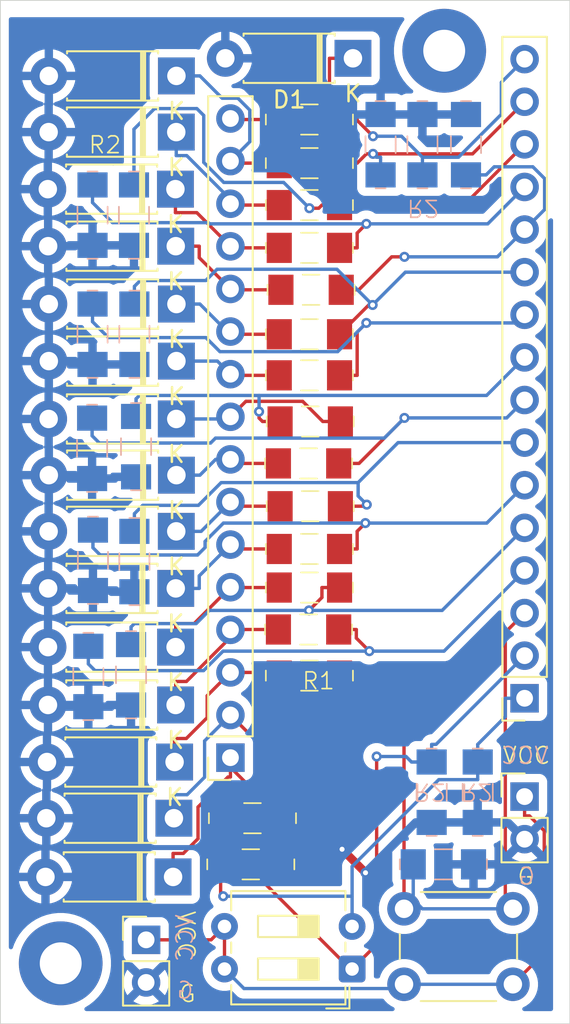
<source format=kicad_pcb>
(kicad_pcb (version 20241229) (generator "pcbnew") (generator_version "9.0")
  (layers (0 "F.Cu" signal) (2 "B.Cu" signal) (13 "F.Paste" user) (15 "B.Paste" user) (5 "F.SilkS" user "F.Silkscreen") (7 "B.SilkS" user "B.Silkscreen") (1 "F.Mask" user) (3 "B.Mask" user) (25 "Edge.Cuts" user))
  (net 0 "")
  (net 1 "Net-(D1-K)")
  (net 2 "GND")
  (net 3 "Net-(D2-K)")
  (net 4 "Net-(D3-K)")
  (net 5 "Net-(D4-K)")
  (net 6 "Net-(D5-K)")
  (net 7 "Net-(D6-K)")
  (net 8 "Net-(D7-K)")
  (net 9 "Net-(D8-K)")
  (net 10 "Net-(D9-K)")
  (net 11 "Net-(D10-K)")
  (net 12 "Net-(D11-K)")
  (net 13 "Net-(D12-K)")
  (net 14 "Net-(D13-K)")
  (net 15 "Net-(D14-K)")
  (net 16 "Net-(D15-K)")
  (net 17 "Net-(D16-K)")
  (net 18 "+3.3V")
  (net 19 "Net-(J3-Pin_8)")
  (net 20 "Net-(J3-Pin_3)")
  (net 21 "Net-(J3-Pin_6)")
  (net 22 "Net-(J3-Pin_10)")
  (net 23 "Net-(J3-Pin_9)")
  (net 24 "Net-(J3-Pin_13)")
  (net 25 "Net-(J3-Pin_14)")
  (net 26 "Net-(J3-Pin_1)")
  (net 27 "Net-(J3-Pin_12)")
  (net 28 "Net-(J3-Pin_15)")
  (net 29 "Net-(J3-Pin_16)")
  (net 30 "Net-(J3-Pin_4)")
  (net 31 "Net-(J3-Pin_11)")
  (net 32 "Net-(J3-Pin_5)")
  (net 33 "Net-(J3-Pin_2)")
  (net 34 "Net-(J3-Pin_7)")
  (footprint "digikey-footprints:1206" (layer "F.Cu") (at 144.5 87.1 180)
    (property "Reference" "R15" (hide yes))
    (property "Value" "R1")
  )
  (footprint "digikey-footprints:1206" (layer "F.Cu") (at 140.95 113.5 180)
    (property "Reference" "R31" (hide yes))
    (property "Value" "R1")
  )
  (footprint "Connector_PinSocket_2.54mm:PinSocket_1x16_P2.54mm_Vertical" (layer "F.Cu") (at 157.3 103.6 180)
    (property "Reference" "J3" (hide yes))
    (property "Value" "Conn_01x16_Pin" (hide yes))
  )
  (footprint "digikey-footprints:1206" (layer "F.Cu") (at 144.4 89.6)
    (property "Reference" "R17" (hide yes))
    (property "Value" "R1")
  )
  (footprint "digikey-footprints:1206" (layer "F.Cu") (at 144.55 79.25)
    (property "Reference" "R9" (hide yes))
    (property "Value" "R1")
  )
  (footprint "digikey-footprints:1206" (layer "F.Cu") (at 144.45 94.7)
    (property "Reference" "R21" (hide yes))
    (property "Value" "R1")
  )
  (footprint "MountingHole:MountingHole_2.5mm_Pad" (layer "F.Cu") (at 129.6 119.4)
    (property "Reference" "H2" (hide yes))
    (property "Value" "MountingHole" (hide yes))
  )
  (footprint "Button_Switch_THT:SW_DIP_SPSTx02_Slide_6.7x6.64mm_W7.62mm_P2.54mm_LowProfile" (layer "F.Cu") (at 147 119.74 180)
    (property "Reference" "SW1" (hide yes))
    (property "Value" "SW_DIP_x02" (hide yes))
  )
  (footprint "Connector_PinHeader_2.54mm:PinHeader_1x02_P2.54mm_Vertical" (layer "F.Cu") (at 134.7 118)
    (property "Reference" "J4" (hide yes))
    (property "Value" "Conn_01x02_Pin" (hide yes))
  )
  (footprint "Diode_THT:D_DO-41_SOD81_P7.62mm_Horizontal" (layer "F.Cu") (at 136.45 73.25 180)
    (property "Reference" "D4" (hide yes))
    (property "Value" "D" (hide yes))
  )
  (footprint "Diode_THT:D_DO-41_SOD81_P7.62mm_Horizontal" (layer "F.Cu") (at 136.51 83.5 180)
    (property "Reference" "D7" (hide yes))
    (property "Value" "D")
  )
  (footprint "Diode_THT:D_DO-41_SOD81_P7.62mm_Horizontal" (layer "F.Cu") (at 136.47 97.05 180)
    (property "Reference" "D11" (hide yes))
    (property "Value" "D")
  )
  (footprint "digikey-footprints:1206" (layer "F.Cu") (at 144.45 74.2)
    (property "Reference" "R5" (hide yes))
    (property "Value" "R1")
  )
  (footprint "Diode_THT:D_DO-41_SOD81_P7.62mm_Horizontal" (layer "F.Cu") (at 136.47 76.65 180)
    (property "Reference" "D5" (hide yes))
    (property "Value" "D")
  )
  (footprint "digikey-footprints:1206" (layer "F.Cu") (at 144.45 102.25)
    (property "Reference" "R27" (hide yes))
    (property "Value" "R1")
  )
  (footprint "digikey-footprints:1206" (layer "F.Cu") (at 144.45 81.9)
    (property "Reference" "R11" (hide yes))
    (property "Value" "R1")
  )
  (footprint "digikey-footprints:1206" (layer "F.Cu") (at 144.45 97)
    (property "Reference" "R23" (hide yes))
    (property "Value" "R1")
  )
  (footprint "digikey-footprints:1206" (layer "F.Cu") (at 144.45 69.1)
    (property "Reference" "R1" (hide yes))
    (property "Value" "R1")
  )
  (footprint "Connector_PinSocket_2.54mm:PinSocket_1x16_P2.54mm_Vertical" (layer "F.Cu") (at 139.735 107.14 180)
    (property "Reference" "J1" (hide yes))
    (property "Value" "Conn_01x16_Pin" (hide yes))
  )
  (footprint "digikey-footprints:1206" (layer "F.Cu") (at 144.5 92.15)
    (property "Reference" "R19" (hide yes))
    (property "Value" "R1")
  )
  (footprint "MountingHole:MountingHole_2.5mm_Pad" (layer "F.Cu") (at 152.5 65)
    (property "Reference" "H1" (hide yes))
    (property "Value" "MountingHole")
  )
  (footprint "Diode_THT:D_DO-41_SOD81_P7.62mm_Horizontal" (layer "F.Cu") (at 136.5 86.95 180)
    (property "Reference" "D8" (hide yes))
    (property "Value" "D")
  )
  (footprint "digikey-footprints:1206" (layer "F.Cu") (at 144.45 76.75)
    (property "Reference" "R7" (hide yes))
    (property "Value" "R1")
  )
  (footprint "Diode_THT:D_DO-41_SOD81_P7.62mm_Horizontal" (layer "F.Cu") (at 136.4 107.4 180)
    (property "Reference" "D14" (hide yes))
    (property "Value" "D")
  )
  (footprint "Connector_PinHeader_2.54mm:PinHeader_1x02_P2.54mm_Vertical" (layer "F.Cu") (at 157.3 109.46)
    (property "Reference" "J6" (hide yes))
    (property "Value" "Conn_01x02_Pin" (hide yes))
  )
  (footprint "digikey-footprints:1206" (layer "F.Cu") (at 141.05 110.75 180)
    (property "Reference" "R29" (hide yes))
    (property "Value" "R1")
  )
  (footprint "Diode_THT:D_DO-41_SOD81_P7.62mm_Horizontal" (layer "F.Cu") (at 136.5 93.65 180)
    (property "Reference" "D10" (hide yes))
    (property "Value" "D")
  )
  (footprint "Diode_THT:D_DO-41_SOD81_P7.62mm_Horizontal" (layer "F.Cu") (at 136.36 110.75 180)
    (property "Reference" "D15" (hide yes))
    (property "Value" "D")
  )
  (footprint "Diode_THT:D_DO-41_SOD81_P7.62mm_Horizontal" (layer "F.Cu") (at 136.31 114.25 180)
    (property "Reference" "D16" (hide yes))
    (property "Value" "D")
  )
  (footprint "Diode_THT:D_DO-41_SOD81_P7.62mm_Horizontal" (layer "F.Cu") (at 136.5 69.85 180)
    (property "Reference" "D3" (hide yes))
    (property "Value" "D")
  )
  (footprint "Diode_THT:D_DO-41_SOD81_P7.62mm_Horizontal" (layer "F.Cu") (at 136.46 100.55 180)
    (property "Reference" "D12" (hide yes))
    (property "Value" "D")
  )
  (footprint "digikey-footprints:1206" (layer "F.Cu") (at 144.45 71.7)
    (property "Reference" "R3" (hide yes))
    (property "Value" "R1")
  )
  (footprint "Button_Switch_THT:SW_PUSH_6mm" (layer "F.Cu") (at 150.1 116.15)
    (property "Reference" "SW2" (hide yes))
    (property "Value" "SW_Push" (hide yes))
  )
  (footprint "Diode_THT:D_DO-41_SOD81_P7.62mm_Horizontal" (layer "F.Cu") (at 136.51 80.1 180)
    (property "Reference" "D6" (hide yes))
    (property "Value" "D")
  )
  (footprint "Diode_THT:D_DO-41_SOD81_P7.62mm_Horizontal" (layer "F.Cu") (at 136.46 104 180)
    (property "Reference" "D13" (hide yes))
    (property "Value" "D")
  )
  (footprint "digikey-footprints:1206" (layer "F.Cu") (at 144.4 99.5)
    (property "Reference" "R25" (hide yes))
    (property "Value" "R1")
  )
  (footprint "Diode_THT:D_DO-41_SOD81_P7.62mm_Horizontal" (layer "F.Cu") (at 147.05 65.45 180)
    (property "Reference" "D1")
    (property "Value" "D" (hide yes))
  )
  (footprint "digikey-footprints:1206" (layer "F.Cu") (at 144.45 84.35)
    (property "Reference" "R13" (hide yes))
    (property "Value" "R1")
  )
  (footprint "Diode_THT:D_DO-41_SOD81_P7.62mm_Horizontal" (layer "F.Cu") (at 136.51 90.3 180)
    (property "Reference" "D9" (hide yes))
    (property "Value" "D")
  )
  (footprint "Diode_THT:D_DO-41_SOD81_P7.62mm_Horizontal" (layer "F.Cu") (at 136.51 66.5 180)
    (property "Reference" "D2" (hide yes))
    (property "Value" "D" (hide yes))
  )
  (footprint "digikey-footprints:1206" (layer "B.Cu") (at 131.25 102.3 -90)
    (property "Reference" "R26" (hide yes))
    (property "Value" "R2")
  )
  (footprint "digikey-footprints:1206" (layer "B.Cu") (at 151.2 70.6 90)
    (property "Reference" "R2" (hide yes))
    (property "Value" "R2")
  )
  (footprint "digikey-footprints:1206" (layer "B.Cu") (at 152.45 113.5)
    (property "Reference" "R28" (hide yes))
    (property "Value" "R2")
  )
  (footprint "digikey-footprints:1206" (layer "B.Cu") (at 153.8 70.6 90)
    (property "Reference" "R10" (hide yes))
    (property "Value" "R2")
  )
  (footprint "digikey-footprints:1206" (layer "B.Cu") (at 154.5 109.2 -90)
    (property "Reference" "R32" (hide yes))
    (property "Value" "R2")
  )
  (footprint "digikey-footprints:1206" (layer "B.Cu") (at 131.525 95.375 -90)
    (property "Reference" "R22" (hide yes))
    (property "Value" "R2")
  )
  (footprint "digikey-footprints:1206" (layer "B.Cu") (at 131.5 81.9 -90)
    (property "Reference" "R14" (hide yes))
    (property "Value" "R2")
  )
  (footprint "digikey-footprints:1206" (layer "B.Cu") (at 134.1 88.6 -90)
    (property "Reference" "R16" (hide yes))
    (property "Value" "R2")
  )
  (footprint "digikey-footprints:1206" (layer "B.Cu") (at 151.75 109.2 -90)
    (property "Reference" "R30" (hide yes))
    (property "Value" "R2")
  )
  (footprint "digikey-footprints:1206" (layer "B.Cu") (at 133.975 74.8 -90)
    (property "Reference" "R6" (hide yes))
    (property "Value" "R2")
  )
  (footprint "digikey-footprints:1206" (layer "B.Cu") (at 131.5 74.8 -90)
    (property "Reference" "R8" (hide yes))
    (property "Value" "R2")
  )
  (footprint "digikey-footprints:1206" (layer "B.Cu") (at 148.7 70.6 90)
    (property "Reference" "R4" (hide yes))
    (property "Value" "R2")
  )
  (footprint "digikey-footprints:1206" (layer "B.Cu") (at 133.8 102.2 -90)
    (property "Reference" "R24" (hide yes))
    (property "Value" "R2")
  )
  (footprint "digikey-footprints:1206" (layer "B.Cu") (at 131.475 88.7 -90)
    (property "Reference" "R18" (hide yes))
    (property "Value" "R2")
  )
  (footprint "digikey-footprints:1206" (layer "B.Cu") (at 134 81.9 -90)
    (property "Reference" "R12" (hide yes))
    (property "Value" "R2")
  )
  (footprint "digikey-footprints:1206" (layer "B.Cu") (at 134 95.45 -90)
    (property "Reference" "R20" (hide yes))
    (property "Value" "R2")
  )
  (gr_rect (start 126 62) (end 160 123) (stroke (width 0.05)) (fill no) (layer "Edge.Cuts"))
  (gr_text "G" (at 156.8 114.8 0) (layer "F.SilkS") (effects (font (size 1 1) (thickness 0.1)) (justify left bottom)))
  (gr_text "R1" (at 143.95 103.15 0) (layer "F.SilkS") (effects (font (size 1 1) (thickness 0.1)) (justify left bottom)))
  (gr_text "R2" (at 131.2 71.2 0) (layer "F.SilkS") (effects (font (size 1 1) (thickness 0.1)) (justify left bottom)))
  (gr_text "VCC" (at 155.92 107.6 0) (layer "F.SilkS") (effects (font (size 1 1) (thickness 0.1)) (justify left bottom)))
  (gr_text "VCC" (at 136.5 116.2 270) (layer "F.SilkS") (effects (font (size 1 1) (thickness 0.1)) (justify left bottom)))
  (gr_text "G" (at 136.6 121.8 0) (layer "F.SilkS") (effects (font (size 1 1) (thickness 0.1)) (justify left bottom)))
  (gr_text "R2" (at 153.4 108.6 180) (layer "B.SilkS") (effects (font (size 1 1) (thickness 0.1)) (justify left bottom mirror)))
  (gr_text "G" (at 158 114.8 0) (layer "B.SilkS") (effects (font (size 1 1) (thickness 0.1)) (justify left bottom mirror)))
  (gr_text "G" (at 137.6 121.6 0) (layer "B.SilkS") (effects (font (size 1 1) (thickness 0.1)) (justify left bottom mirror)))
  (gr_text "VCC" (at 158.8 107.6 0) (layer "B.SilkS") (effects (font (size 1 1) (thickness 0.1)) (justify left bottom mirror)))
  (gr_text "VCC" (at 137.6 116.4 90) (layer "B.SilkS") (effects (font (size 1 1) (thickness 0.1)) (justify left bottom mirror)))
  (gr_text "R2" (at 150.6 108.6 180) (layer "B.SilkS") (effects (font (size 1 1) (thickness 0.1)) (justify left bottom mirror)))
  (gr_text "R2" (at 150.2 73.8 180) (layer "B.SilkS") (effects (font (size 1 1) (thickness 0.1)) (justify left bottom mirror)))
  (segment (start 145.6483 67.1534) (end 143.7017 69.1) (width 0.2) (layer "F.Cu") (net 1))
  (segment (start 142.65 69.1) (end 143.7017 69.1) (width 0.2) (layer "F.Cu") (net 1))
  (segment (start 142.65 69.1) (end 139.795 69.1) (width 0.2) (layer "F.Cu") (net 1))
  (segment (start 139.795 69.1) (end 139.735 69.04) (width 0.2) (layer "F.Cu") (net 1))
  (segment (start 147.05 65.45) (end 145.6483 65.45) (width 0.2) (layer "F.Cu") (net 1))
  (segment (start 145.6483 65.45) (end 145.6483 67.1534) (width 0.2) (layer "F.Cu") (net 1))
  (segment (start 147.8 114) (end 146.4 112.6) (width 0.5) (layer "F.Cu") (net 2))
  (via (at 147.8 114) (size 0.6) (drill 0.3) (layers "F.Cu" "B.Cu") (net 2))
  (via (at 146.4 112.6) (size 0.6) (drill 0.3) (layers "F.Cu" "B.Cu") (net 2))
  (segment (start 128.78 107.4) (end 128.78 110.71) (width 0.2) (layer "B.Cu") (net 2))
  (segment (start 151.75 111) (end 150.8 111) (width 0.2) (layer "B.Cu") (net 2))
  (segment (start 128.78 110.71) (end 128.74 110.75) (width 0.2) (layer "B.Cu") (net 2))
  (segment (start 150.8 111) (end 147.8 114) (width 0.5) (layer "B.Cu") (net 2))
  (segment (start 139.855 71.7) (end 139.735 71.58) (width 0.2) (layer "F.Cu") (net 3))
  (segment (start 142.65 71.7) (end 139.855 71.7) (width 0.2) (layer "F.Cu") (net 3))
  (segment (start 136.51 66.5) (end 137.9117 66.5) (width 0.2) (layer "B.Cu") (net 3))
  (segment (start 140.8894 68.5364) (end 140.8894 70.4256) (width 0.2) (layer "B.Cu") (net 3))
  (segment (start 139.242 67.8303) (end 140.1833 67.8303) (width 0.2) (layer "B.Cu") (net 3))
  (segment (start 140.1833 67.8303) (end 140.8894 68.5364) (width 0.2) (layer "B.Cu") (net 3))
  (segment (start 140.8894 70.4256) (end 139.735 71.58) (width 0.2) (layer "B.Cu") (net 3))
  (segment (start 137.9117 66.5) (end 139.242 67.8303) (width 0.2) (layer "B.Cu") (net 3))
  (segment (start 139.815 74.2) (end 139.735 74.12) (width 0.2) (layer "F.Cu") (net 4))
  (segment (start 142.65 74.2) (end 139.815 74.2) (width 0.2) (layer "F.Cu") (net 4))
  (segment (start 137.1256 71.2517) (end 139.735 73.8611) (width 0.2) (layer "B.Cu") (net 4))
  (segment (start 136.5 71.2517) (end 137.1256 71.2517) (width 0.2) (layer "B.Cu") (net 4))
  (segment (start 136.5 69.85) (end 136.5 71.2517) (width 0.2) (layer "B.Cu") (net 4))
  (segment (start 139.735 73.8611) (end 139.735 74.12) (width 0.2) (layer "B.Cu") (net 4))
  (segment (start 139.825 76.75) (end 139.735 76.66) (width 0.2) (layer "F.Cu") (net 5))
  (segment (start 136.45 74.6517) (end 137.7267 74.6517) (width 0.2) (layer "F.Cu") (net 5))
  (segment (start 137.7267 74.6517) (end 139.735 76.66) (width 0.2) (layer "F.Cu") (net 5))
  (segment (start 142.65 76.75) (end 139.825 76.75) (width 0.2) (layer "F.Cu") (net 5))
  (segment (start 136.45 73.25) (end 136.45 74.6517) (width 0.2) (layer "F.Cu") (net 5))
  (segment (start 142.75 79.25) (end 139.785 79.25) (width 0.2) (layer "F.Cu") (net 6))
  (segment (start 137.8717 77.3367) (end 139.735 79.2) (width 0.2) (layer "F.Cu") (net 6))
  (segment (start 137.8717 76.65) (end 137.8717 77.3367) (width 0.2) (layer "F.Cu") (net 6))
  (segment (start 139.785 79.25) (end 139.735 79.2) (width 0.2) (layer "F.Cu") (net 6))
  (segment (start 136.47 76.65) (end 137.8717 76.65) (width 0.2) (layer "F.Cu") (net 6))
  (segment (start 142.65 81.9) (end 139.895 81.9) (width 0.2) (layer "F.Cu") (net 7))
  (segment (start 139.895 81.9) (end 139.735 81.74) (width 0.2) (layer "F.Cu") (net 7))
  (segment (start 139.5517 81.74) (end 139.735 81.74) (width 0.2) (layer "B.Cu") (net 7))
  (segment (start 137.9117 80.1) (end 139.5517 81.74) (width 0.2) (layer "B.Cu") (net 7))
  (segment (start 136.51 80.1) (end 137.9117 80.1) (width 0.2) (layer "B.Cu") (net 7))
  (segment (start 142.65 84.35) (end 139.805 84.35) (width 0.2) (layer "F.Cu") (net 8))
  (segment (start 139.805 84.35) (end 139.735 84.28) (width 0.2) (layer "F.Cu") (net 8))
  (segment (start 136.51 83.5) (end 138.955 83.5) (width 0.2) (layer "B.Cu") (net 8))
  (segment (start 138.955 83.5) (end 139.735 84.28) (width 0.2) (layer "B.Cu") (net 8))
  (segment (start 146.3 87.1) (end 145.2483 87.1) (width 0.2) (layer "F.Cu") (net 9))
  (segment (start 140.6567 85.8983) (end 144.0466 85.8983) (width 0.2) (layer "F.Cu") (net 9))
  (segment (start 139.735 86.82) (end 140.6567 85.8983) (width 0.2) (layer "F.Cu") (net 9))
  (segment (start 144.0466 85.8983) (end 145.2483 87.1) (width 0.2) (layer "F.Cu") (net 9))
  (segment (start 136.5 86.95) (end 139.605 86.95) (width 0.2) (layer "B.Cu") (net 9))
  (segment (start 139.605 86.95) (end 139.735 86.82) (width 0.2) (layer "B.Cu") (net 9))
  (segment (start 142.6 89.6) (end 139.975 89.6) (width 0.2) (layer "F.Cu") (net 10))
  (segment (start 139.975 89.6) (end 139.735 89.36) (width 0.2) (layer "F.Cu") (net 10))
  (segment (start 136.51 90.3) (end 137.9117 90.3) (width 0.2) (layer "B.Cu") (net 10))
  (segment (start 138.8517 89.36) (end 139.735 89.36) (width 0.2) (layer "B.Cu") (net 10))
  (segment (start 137.9117 90.3) (end 138.8517 89.36) (width 0.2) (layer "B.Cu") (net 10))
  (segment (start 142.7 92.15) (end 139.985 92.15) (width 0.2) (layer "F.Cu") (net 11))
  (segment (start 139.985 92.15) (end 139.735 91.9) (width 0.2) (layer "F.Cu") (net 11))
  (segment (start 137.985 93.65) (end 139.735 91.9) (width 0.2) (layer "B.Cu") (net 11))
  (segment (start 136.5 93.65) (end 137.985 93.65) (width 0.2) (layer "B.Cu") (net 11))
  (segment (start 139.995 94.7) (end 139.735 94.44) (width 0.2) (layer "F.Cu") (net 12))
  (segment (start 142.65 94.7) (end 139.995 94.7) (width 0.2) (layer "F.Cu") (net 12))
  (segment (start 137.8717 96.3033) (end 139.735 94.44) (width 0.2) (layer "B.Cu") (net 12))
  (segment (start 137.8717 97.05) (end 137.8717 96.3033) (width 0.2) (layer "B.Cu") (net 12))
  (segment (start 136.47 97.05) (end 137.8717 97.05) (width 0.2) (layer "B.Cu") (net 12))
  (segment (start 139.755 97) (end 139.735 96.98) (width 0.2) (layer "F.Cu") (net 13))
  (segment (start 136.46 99.1483) (end 137.5667 99.1483) (width 0.2) (layer "F.Cu") (net 13))
  (segment (start 142.65 97) (end 139.755 97) (width 0.2) (layer "F.Cu") (net 13))
  (segment (start 136.46 100.55) (end 136.46 99.1483) (width 0.2) (layer "F.Cu") (net 13))
  (segment (start 137.5667 99.1483) (end 139.735 96.98) (width 0.2) (layer "F.Cu") (net 13))
  (segment (start 137.1087 102.5983) (end 139.735 99.972) (width 0.2) (layer "F.Cu") (net 14))
  (segment (start 136.46 102.5983) (end 137.1087 102.5983) (width 0.2) (layer "F.Cu") (net 14))
  (segment (start 136.46 104) (end 136.46 102.5983) (width 0.2) (layer "F.Cu") (net 14))
  (segment (start 139.735 99.972) (end 139.735 99.52) (width 0.2) (layer "F.Cu") (net 14))
  (segment (start 139.755 99.5) (end 139.735 99.52) (width 0.2) (layer "F.Cu") (net 14))
  (segment (start 142.6 99.5) (end 139.755 99.5) (width 0.2) (layer "F.Cu") (net 14))
  (segment (start 137.1008 105.9983) (end 138.3452 104.7539) (width 0.2) (layer "F.Cu") (net 15))
  (segment (start 142.65 102.25) (end 141.5983 102.25) (width 0.2) (layer "F.Cu") (net 15))
  (segment (start 141.4083 102.06) (end 139.735 102.06) (width 0.2) (layer "F.Cu") (net 15))
  (segment (start 138.3452 104.7539) (end 138.3452 103.4498) (width 0.2) (layer "F.Cu") (net 15))
  (segment (start 136.4 107.4) (end 136.4 105.9983) (width 0.2) (layer "F.Cu") (net 15))
  (segment (start 136.4 105.9983) (end 137.1008 105.9983) (width 0.2) (layer "F.Cu") (net 15))
  (segment (start 141.5983 102.25) (end 141.4083 102.06) (width 0.2) (layer "F.Cu") (net 15))
  (segment (start 138.3452 103.4498) (end 139.735 102.06) (width 0.2) (layer "F.Cu") (net 15))
  (segment (start 139.735 104.6) (end 142.85 107.715) (width 0.2) (layer "F.Cu") (net 16))
  (segment (start 142.85 107.715) (end 142.85 110.75) (width 0.2) (layer "F.Cu") (net 16))
  (segment (start 139.735 104.6) (end 138.1925 106.1425) (width 0.2) (layer "B.Cu") (net 16))
  (segment (start 138.1925 106.1425) (end 138.1925 108.3043) (width 0.2) (layer "B.Cu") (net 16))
  (segment (start 136.36 110.75) (end 136.36 109.3483) (width 0.2) (layer "B.Cu") (net 16))
  (segment (start 138.1925 108.3043) (end 137.1485 109.3483) (width 0.2) (layer "B.Cu") (net 16))
  (segment (start 137.1485 109.3483) (end 136.36 109.3483) (width 0.2) (layer "B.Cu") (net 16))
  (segment (start 136.9232 112.8483) (end 137.8002 111.9713) (width 0.2) (layer "F.Cu") (net 17))
  (segment (start 141.6983 109.6791) (end 141.6983 113.5) (width 0.2) (layer "F.Cu") (net 17))
  (segment (start 139.591 108.2917) (end 139.735 108.2917) (width 0.2) (layer "F.Cu") (net 17))
  (segment (start 137.8002 110.0825) (end 139.591 108.2917) (width 0.2) (layer "F.Cu") (net 17))
  (segment (start 139.735 107.14) (end 139.735 107.7158) (width 0.2) (layer "F.Cu") (net 17))
  (segment (start 139.735 107.7158) (end 141.6983 109.6791) (width 0.2) (layer "F.Cu") (net 17))
  (segment (start 136.31 112.8483) (end 136.9232 112.8483) (width 0.2) (layer "F.Cu") (net 17))
  (segment (start 137.8002 111.9713) (end 137.8002 110.0825) (width 0.2) (layer "F.Cu") (net 17))
  (segment (start 136.31 114.25) (end 136.31 112.8483) (width 0.2) (layer "F.Cu") (net 17))
  (segment (start 139.735 107.7158) (end 139.735 108.2917) (width 0.2) (layer "F.Cu") (net 17))
  (segment (start 142.75 113.5) (end 141.6983 113.5) (width 0.2) (layer "F.Cu") (net 17))
  (segment (start 157.3 109.46) (end 157.3 110.6117) (width 0.2) (layer "F.Cu") (net 18))
  (segment (start 158.4729 118.7771) (end 156.6 120.65) (width 0.2) (layer "F.Cu") (net 18))
  (segment (start 138.580001 117.999999) (end 139.38 117.2) (width 0.2) (layer "F.Cu") (net 18))
  (segment (start 139.38 119.74) (end 139.38 117.2) (width 0.2) (layer "F.Cu") (net 18))
  (segment (start 157.3 110.6117) (end 157.5879 110.6117) (width 0.2) (layer "F.Cu") (net 18))
  (segment (start 134.7 118) (end 138.580001 117.999999) (width 0.2) (layer "F.Cu") (net 18))
  (segment (start 157.5879 110.6117) (end 158.4729 111.4967) (width 0.2) (layer "F.Cu") (net 18))
  (segment (start 158.4729 111.4967) (end 158.4729 118.7771) (width 0.2) (layer "F.Cu") (net 18))
  (segment (start 140.5431 120.9031) (end 139.38 119.74) (width 0.2) (layer "B.Cu") (net 18))
  (segment (start 156.6 120.65) (end 150.1 120.65) (width 0.2) (layer "B.Cu") (net 18))
  (segment (start 150.1 120.65) (end 149.8469 120.9031) (width 0.2) (layer "B.Cu") (net 18))
  (segment (start 149.8469 120.9031) (end 140.5431 120.9031) (width 0.2) (layer "B.Cu") (net 18))
  (segment (start 146.2 89.6) (end 147.4133 89.6) (width 0.2) (layer "F.Cu") (net 19))
  (segment (start 147.4133 89.6) (end 150.125 86.8883) (width 0.2) (layer "F.Cu") (net 19))
  (via (at 150.125 86.8883) (size 0.6) (drill 0.3) (layers "F.Cu" "B.Cu") (net 19))
  (segment (start 148.9233 88.09) (end 138.845 88.09) (width 0.2) (layer "B.Cu") (net 19))
  (segment (start 138.845 88.09) (end 138.5506 88.3844) (width 0.2) (layer "B.Cu") (net 19))
  (segment (start 131.9077 88.3844) (end 131.475 87.9517) (width 0.2) (layer "B.Cu") (net 19))
  (segment (start 156.2317 86.8883) (end 150.125 86.8883) (width 0.2) (layer "B.Cu") (net 19))
  (segment (start 157.3 85.82) (end 156.2317 86.8883) (width 0.2) (layer "B.Cu") (net 19))
  (segment (start 131.475 86.9) (end 131.475 87.9517) (width 0.2) (layer "B.Cu") (net 19))
  (segment (start 150.125 86.8883) (end 148.9233 88.09) (width 0.2) (layer "B.Cu") (net 19))
  (segment (start 138.5506 88.3844) (end 131.9077 88.3844) (width 0.2) (layer "B.Cu") (net 19))
  (segment (start 150.1 116.15) (end 150.1 105.0483) (width 0.2) (layer "F.Cu") (net 20))
  (segment (start 150.1 105.0483) (end 147.3017 102.25) (width 0.2) (layer "F.Cu") (net 20))
  (segment (start 156.1473 115.6973) (end 156.1473 99.6727) (width 0.2) (layer "F.Cu") (net 20))
  (segment (start 156.6 116.15) (end 156.1473 115.6973) (width 0.2) (layer "F.Cu") (net 20))
  (segment (start 156.1473 99.6727) (end 157.3 98.52) (width 0.2) (layer "F.Cu") (net 20))
  (segment (start 146.25 102.25) (end 147.3017 102.25) (width 0.2) (layer "F.Cu") (net 20))
  (segment (start 151.2 116.15) (end 150.65 115.6) (width 0.2) (layer "B.Cu") (net 20))
  (segment (start 156.6 116.15) (end 151.2 116.15) (width 0.2) (layer "B.Cu") (net 20))
  (segment (start 150.65 113.5) (end 150.65 115.6) (width 0.2) (layer "B.Cu") (net 20))
  (segment (start 150.65 115.6) (end 150.1 116.15) (width 0.2) (layer "B.Cu") (net 20))
  (segment (start 147.3017 94.7) (end 147.3017 93.6471) (width 0.2) (layer "F.Cu") (net 21))
  (segment (start 147.3017 93.6471) (end 147.7922 93.1566) (width 0.2) (layer "F.Cu") (net 21))
  (segment (start 146.25 94.7) (end 147.3017 94.7) (width 0.2) (layer "F.Cu") (net 21))
  (via (at 147.7922 93.1566) (size 0.6) (drill 0.3) (layers "F.Cu" "B.Cu") (net 21))
  (segment (start 137.7745 95.0586) (end 138.2208 94.6123) (width 0.2) (layer "B.Cu") (net 21))
  (segment (start 155.0434 93.1566) (end 157.3 90.9) (width 0.2) (layer "B.Cu") (net 21))
  (segment (start 139.3158 93.1566) (end 147.7922 93.1566) (width 0.2) (layer "B.Cu") (net 21))
  (segment (start 131.525 94.6267) (end 131.9569 95.0586) (width 0.2) (layer "B.Cu") (net 21))
  (segment (start 147.7922 93.1566) (end 155.0434 93.1566) (width 0.2) (layer "B.Cu") (net 21))
  (segment (start 131.525 93.575) (end 131.525 94.6267) (width 0.2) (layer "B.Cu") (net 21))
  (segment (start 138.2208 94.6123) (end 138.2208 94.2516) (width 0.2) (layer "B.Cu") (net 21))
  (segment (start 138.2208 94.2516) (end 139.3158 93.1566) (width 0.2) (layer "B.Cu") (net 21))
  (segment (start 131.9569 95.0586) (end 137.7745 95.0586) (width 0.2) (layer "B.Cu") (net 21))
  (segment (start 147.3017 84.35) (end 147.3017 81.7732) (width 0.2) (layer "F.Cu") (net 22))
  (segment (start 147.3017 81.7732) (end 147.85 81.2249) (width 0.2) (layer "F.Cu") (net 22))
  (segment (start 146.25 84.35) (end 147.3017 84.35) (width 0.2) (layer "F.Cu") (net 22))
  (via (at 147.85 81.2249) (size 0.6) (drill 0.3) (layers "F.Cu" "B.Cu") (net 22))
  (segment (start 132.4466 82.0983) (end 131.5 81.1517) (width 0.2) (layer "B.Cu") (net 22))
  (segment (start 139.1067 82.9381) (end 138.2669 82.0983) (width 0.2) (layer "B.Cu") (net 22))
  (segment (start 146.1368 82.9381) (end 139.1067 82.9381) (width 0.2) (layer "B.Cu") (net 22))
  (segment (start 138.2669 82.0983) (end 132.4466 82.0983) (width 0.2) (layer "B.Cu") (net 22))
  (segment (start 156.8151 81.2249) (end 147.85 81.2249) (width 0.2) (layer "B.Cu") (net 22))
  (segment (start 147.85 81.2249) (end 146.1368 82.9381) (width 0.2) (layer "B.Cu") (net 22))
  (segment (start 131.5 80.1) (end 131.5 81.1517) (width 0.2) (layer "B.Cu") (net 22))
  (segment (start 157.3 80.74) (end 156.8151 81.2249) (width 0.2) (layer "B.Cu") (net 22))
  (segment (start 141.4447 86.8964) (end 141.4447 86.51) (width 0.2) (layer "F.Cu") (net 23))
  (segment (start 141.6483 87.1) (end 141.4447 86.8964) (width 0.2) (layer "F.Cu") (net 23))
  (segment (start 142.7 87.1) (end 141.6483 87.1) (width 0.2) (layer "F.Cu") (net 23))
  (via (at 141.4447 86.51) (size 0.6) (drill 0.3) (layers "F.Cu" "B.Cu") (net 23))
  (segment (start 134.1 86.8) (end 134.1 85.7483) (width 0.2) (layer "B.Cu") (net 23))
  (segment (start 157.3 83.28) (end 155.0317 85.5483) (width 0.2) (layer "B.Cu") (net 23))
  (segment (start 155.0317 85.5483) (end 141.4447 85.5483) (width 0.2) (layer "B.Cu") (net 23))
  (segment (start 141.4447 85.5483) (end 141.4447 86.51) (width 0.2) (layer "B.Cu") (net 23))
  (segment (start 141.4447 85.5483) (end 134.3 85.5483) (width 0.2) (layer "B.Cu") (net 23))
  (segment (start 134.3 85.5483) (end 134.1 85.7483) (width 0.2) (layer "B.Cu") (net 23))
  (segment (start 147.3017 75.8674) (end 147.85 75.3191) (width 0.2) (layer "F.Cu") (net 24))
  (segment (start 147.3017 76.75) (end 147.3017 75.8674) (width 0.2) (layer "F.Cu") (net 24))
  (segment (start 146.25 76.75) (end 147.3017 76.75) (width 0.2) (layer "F.Cu") (net 24))
  (via (at 147.85 75.3191) (size 0.6) (drill 0.3) (layers "F.Cu" "B.Cu") (net 24))
  (segment (start 131.5 73) (end 131.5 74.0517) (width 0.2) (layer "B.Cu") (net 24))
  (segment (start 155.1009 75.3191) (end 147.85 75.3191) (width 0.2) (layer "B.Cu") (net 24))
  (segment (start 131.5 74.0517) (end 132.6966 75.2483) (width 0.2) (layer "B.Cu") (net 24))
  (segment (start 132.6966 75.2483) (end 138.4191 75.2483) (width 0.2) (layer "B.Cu") (net 24))
  (segment (start 138.4899 75.3191) (end 147.85 75.3191) (width 0.2) (layer "B.Cu") (net 24))
  (segment (start 138.4191 75.2483) (end 138.4899 75.3191) (width 0.2) (layer "B.Cu") (net 24))
  (segment (start 157.3 73.12) (end 155.1009 75.3191) (width 0.2) (layer "B.Cu") (net 24))
  (segment (start 144.45 74.388) (end 145.0103 74.388) (width 0.2) (layer "F.Cu") (net 25))
  (segment (start 153.68 74.2) (end 157.3 70.58) (width 0.2) (layer "F.Cu") (net 25))
  (segment (start 146.25 74.2) (end 145.1983 74.2) (width 0.2) (layer "F.Cu") (net 25))
  (segment (start 146.25 74.2) (end 153.68 74.2) (width 0.2) (layer "F.Cu") (net 25))
  (segment (start 145.0103 74.388) (end 145.1983 74.2) (width 0.2) (layer "F.Cu") (net 25))
  (via (at 144.45 74.388) (size 0.6) (drill 0.3) (layers "F.Cu" "B.Cu") (net 25))
  (segment (start 139.3342 72.85) (end 142.912 72.85) (width 0.2) (layer "B.Cu") (net 25))
  (segment (start 142.912 72.85) (end 144.45 74.388) (width 0.2) (layer "B.Cu") (net 25))
  (segment (start 133.975 69.6755) (end 135.2022 68.4483) (width 0.2) (layer "B.Cu") (net 25))
  (segment (start 138.1414 68.8595) (end 138.1414 71.6572) (width 0.2) (layer "B.Cu") (net 25))
  (segment (start 133.975 73) (end 133.975 69.6755) (width 0.2) (layer "B.Cu") (net 25))
  (segment (start 137.7302 68.4483) (end 138.1414 68.8595) (width 0.2) (layer "B.Cu") (net 25))
  (segment (start 138.1414 71.6572) (end 139.3342 72.85) (width 0.2) (layer "B.Cu") (net 25))
  (segment (start 135.2022 68.4483) (end 137.7302 68.4483) (width 0.2) (layer "B.Cu") (net 25))
  (segment (start 139.15 113.5) (end 139.15 115.2467) (width 0.2) (layer "F.Cu") (net 26))
  (segment (start 139.15 115.2467) (end 139.3033 115.4) (width 0.2) (layer "F.Cu") (net 26))
  (via (at 139.3033 115.4) (size 0.6) (drill 0.3) (layers "F.Cu" "B.Cu") (net 26))
  (segment (start 147 115.4) (end 139.3033 115.4) (width 0.2) (layer "B.Cu") (net 26))
  (segment (start 154.5 107.4) (end 154.5 106.3483) (width 0.2) (layer "B.Cu") (net 26))
  (segment (start 157.3 103.6) (end 156.1483 103.6) (width 0.2) (layer "B.Cu") (net 26))
  (segment (start 152.1753 108.4517) (end 154.5 108.4517) (width 0.2) (layer "B.Cu") (net 26))
  (segment (start 147 117.2) (end 147 115.4) (width 0.2) (layer "B.Cu") (net 26))
  (segment (start 154.5 106.3483) (end 156.1483 104.7) (width 0.2) (layer "B.Cu") (net 26))
  (segment (start 147 113.627) (end 152.1753 108.4517) (width 0.2) (layer "B.Cu") (net 26))
  (segment (start 154.5 107.4) (end 154.5 108.4517) (width 0.2) (layer "B.Cu") (net 26))
  (segment (start 147 115.4) (end 147 113.627) (width 0.2) (layer "B.Cu") (net 26))
  (segment (start 156.1483 104.7) (end 156.1483 103.6) (width 0.2) (layer "B.Cu") (net 26))
  (segment (start 147.4017 79.25) (end 149.3661 77.2856) (width 0.2) (layer "F.Cu") (net 27))
  (segment (start 149.3661 77.2856) (end 150.125 77.2856) (width 0.2) (layer "F.Cu") (net 27))
  (segment (start 146.35 79.25) (end 147.4017 79.25) (width 0.2) (layer "F.Cu") (net 27))
  (via (at 150.125 77.2856) (size 0.6) (drill 0.3) (layers "F.Cu" "B.Cu") (net 27))
  (segment (start 150.125 77.2856) (end 155.6744 77.2856) (width 0.2) (layer "B.Cu") (net 27))
  (segment (start 157.3 75.66) (end 158.4942 74.4658) (width 0.2) (layer "B.Cu") (net 27))
  (segment (start 158.4942 72.6202) (end 157.7927 71.9187) (width 0.2) (layer "B.Cu") (net 27))
  (segment (start 153.8 72.4) (end 155.0017 72.4) (width 0.2) (layer "B.Cu") (net 27))
  (segment (start 158.4942 74.4658) (end 158.4942 72.6202) (width 0.2) (layer "B.Cu") (net 27))
  (segment (start 155.6744 77.2856) (end 157.3 75.66) (width 0.2) (layer "B.Cu") (net 27))
  (segment (start 157.7927 71.9187) (end 155.483 71.9187) (width 0.2) (layer "B.Cu") (net 27))
  (segment (start 155.483 71.9187) (end 155.0017 72.4) (width 0.2) (layer "B.Cu") (net 27))
  (segment (start 148.25 71.1463) (end 154.1937 71.1463) (width 0.2) (layer "F.Cu") (net 28))
  (segment (start 147.8554 71.1463) (end 148.25 71.1463) (width 0.2) (layer "F.Cu") (net 28))
  (segment (start 154.1937 71.1463) (end 157.3 68.04) (width 0.2) (layer "F.Cu") (net 28))
  (segment (start 147.3017 71.7) (end 147.8554 71.1463) (width 0.2) (layer "F.Cu") (net 28))
  (segment (start 146.25 71.7) (end 147.3017 71.7) (width 0.2) (layer "F.Cu") (net 28))
  (via (at 148.25 71.1463) (size 0.6) (drill 0.3) (layers "F.Cu" "B.Cu") (net 28))
  (segment (start 148.25 71.1463) (end 148.452 71.3483) (width 0.2) (layer "B.Cu") (net 28))
  (segment (start 148.452 71.3483) (end 148.7 71.3483) (width 0.2) (layer "B.Cu") (net 28))
  (segment (start 148.7 72.4) (end 148.7 71.3483) (width 0.2) (layer "B.Cu") (net 28))
  (segment (start 147.3017 69.1) (end 147.3017 69.148) (width 0.2) (layer "F.Cu") (net 29))
  (segment (start 146.25 69.1) (end 147.3017 69.1) (width 0.2) (layer "F.Cu") (net 29))
  (segment (start 147.3017 69.148) (end 148.25 70.0963) (width 0.2) (layer "F.Cu") (net 29))
  (via (at 148.25 70.0963) (size 0.6) (drill 0.3) (layers "F.Cu" "B.Cu") (net 29))
  (segment (start 153.3524 71.3483) (end 155.9102 68.7905) (width 0.2) (layer "B.Cu") (net 29))
  (segment (start 151.2 72.4) (end 151.2 71.3483) (width 0.2) (layer "B.Cu") (net 29))
  (segment (start 151.2 71.3483) (end 153.3524 71.3483) (width 0.2) (layer "B.Cu") (net 29))
  (segment (start 148.25 70.0963) (end 149.948 70.0963) (width 0.2) (layer "B.Cu") (net 29))
  (segment (start 155.9102 66.8898) (end 157.3 65.5) (width 0.2) (layer "B.Cu") (net 29))
  (segment (start 155.9102 68.7905) (end 155.9102 66.8898) (width 0.2) (layer "B.Cu") (net 29))
  (segment (start 149.948 70.0963) (end 151.2 71.3483) (width 0.2) (layer "B.Cu") (net 29))
  (segment (start 147.2517 99.5) (end 147.2517 100.0128) (width 0.2) (layer "F.Cu") (net 30))
  (segment (start 147.2517 100.0128) (end 148.0289 100.79) (width 0.2) (layer "F.Cu") (net 30))
  (segment (start 146.2 99.5) (end 147.2517 99.5) (width 0.2) (layer "F.Cu") (net 30))
  (via (at 148.0289 100.79) (size 0.6) (drill 0.3) (layers "F.Cu" "B.Cu") (net 30))
  (segment (start 139.291 100.79) (end 148.0289 100.79) (width 0.2) (layer "B.Cu") (net 30))
  (segment (start 131.25 101.5517) (end 131.6508 101.9525) (width 0.2) (layer "B.Cu") (net 30))
  (segment (start 138.1285 101.9525) (end 139.291 100.79) (width 0.2) (layer "B.Cu") (net 30))
  (segment (start 131.6508 101.9525) (end 138.1285 101.9525) (width 0.2) (layer "B.Cu") (net 30))
  (segment (start 148.0289 100.79) (end 152.49 100.79) (width 0.2) (layer "B.Cu") (net 30))
  (segment (start 131.25 100.5) (end 131.25 101.5517) (width 0.2) (layer "B.Cu") (net 30))
  (segment (start 152.49 100.79) (end 157.3 95.98) (width 0.2) (layer "B.Cu") (net 30))
  (segment (start 147.9948 80.1552) (end 148.225 80.1552) (width 0.2) (layer "F.Cu") (net 31))
  (segment (start 146.25 81.9) (end 147.9948 80.1552) (width 0.2) (layer "F.Cu") (net 31))
  (via (at 148.225 80.1552) (size 0.6) (drill 0.3) (layers "F.Cu" "B.Cu") (net 31))
  (segment (start 148.225 80.1552) (end 150.1802 78.2) (width 0.2) (layer "B.Cu") (net 31))
  (segment (start 138.9349 78.026) (end 146.0958 78.026) (width 0.2) (layer "B.Cu") (net 31))
  (segment (start 134.35 78.6983) (end 138.2626 78.6983) (width 0.2) (layer "B.Cu") (net 31))
  (segment (start 134 79.0483) (end 134.35 78.6983) (width 0.2) (layer "B.Cu") (net 31))
  (segment (start 138.2626 78.6983) (end 138.9349 78.026) (width 0.2) (layer "B.Cu") (net 31))
  (segment (start 134 80.1) (end 134 79.0483) (width 0.2) (layer "B.Cu") (net 31))
  (segment (start 150.1802 78.2) (end 157.3 78.2) (width 0.2) (layer "B.Cu") (net 31))
  (segment (start 146.0958 78.026) (end 148.225 80.1552) (width 0.2) (layer "B.Cu") (net 31))
  (segment (start 145.1983 97.5891) (end 144.425 98.3624) (width 0.2) (layer "F.Cu") (net 32))
  (segment (start 146.25 97) (end 145.1983 97) (width 0.2) (layer "F.Cu") (net 32))
  (segment (start 145.1983 97) (end 145.1983 97.5891) (width 0.2) (layer "F.Cu") (net 32))
  (via (at 144.425 98.3624) (size 0.6) (drill 0.3) (layers "F.Cu" "B.Cu") (net 32))
  (segment (start 133.8 100.4) (end 133.8 99.3483) (width 0.2) (layer "B.Cu") (net 32))
  (segment (start 152.3776 98.3624) (end 157.3 93.44) (width 0.2) (layer "B.Cu") (net 32))
  (segment (start 144.425 98.3624) (end 152.3776 98.3624) (width 0.2) (layer "B.Cu") (net 32))
  (segment (start 133.8 99.3483) (end 134 99.1483) (width 0.2) (layer "B.Cu") (net 32))
  (segment (start 134 99.1483) (end 137.6873 99.1483) (width 0.2) (layer "B.Cu") (net 32))
  (segment (start 138.4732 98.3624) (end 144.425 98.3624) (width 0.2) (layer "B.Cu") (net 32))
  (segment (start 137.6873 99.1483) (end 138.4732 98.3624) (width 0.2) (layer "B.Cu") (net 32))
  (segment (start 147 119.74) (end 148.466 118.274) (width 0.2) (layer "F.Cu") (net 33))
  (segment (start 140.3017 110.75) (end 140.3017 113.1518) (width 0.2) (layer "F.Cu") (net 33))
  (segment (start 148.466 118.274) (end 148.466 107.0713) (width 0.2) (layer "F.Cu") (net 33))
  (segment (start 139.25 110.75) (end 140.3017 110.75) (width 0.2) (layer "F.Cu") (net 33))
  (segment (start 140.3017 113.1518) (end 146.8899 119.74) (width 0.2) (layer "F.Cu") (net 33))
  (segment (start 148.466 107.0713) (end 148.4661 107.0713) (width 0.2) (layer "F.Cu") (net 33))
  (segment (start 146.8899 119.74) (end 147 119.74) (width 0.2) (layer "F.Cu") (net 33))
  (via (at 148.4661 107.0713) (size 0.6) (drill 0.3) (layers "F.Cu" "B.Cu") (net 33))
  (segment (start 151.75 106.8741) (end 151.75 107.4) (width 0.2) (layer "B.Cu") (net 33))
  (segment (start 151.75 106.3483) (end 152.0117 106.3483) (width 0.2) (layer "B.Cu") (net 33))
  (segment (start 151.75 107.4) (end 150.5483 107.4) (width 0.2) (layer "B.Cu") (net 33))
  (segment (start 152.0117 106.3483) (end 157.3 101.06) (width 0.2) (layer "B.Cu") (net 33))
  (segment (start 150.2196 107.0713) (end 150.5483 107.4) (width 0.2) (layer "B.Cu") (net 33))
  (segment (start 148.4661 107.0713) (end 150.2196 107.0713) (width 0.2) (layer "B.Cu") (net 33))
  (segment (start 151.75 106.8741) (end 151.75 106.3483) (width 0.2) (layer "B.Cu") (net 33))
  (segment (start 147.7813 92.15) (end 147.875 92.0563) (width 0.2) (layer "F.Cu") (net 34))
  (segment (start 146.3 92.15) (end 147.7813 92.15) (width 0.2) (layer "F.Cu") (net 34))
  (via (at 147.875 92.0563) (size 0.6) (drill 0.3) (layers "F.Cu" "B.Cu") (net 34))
  (segment (start 137.8258 92.0983) (end 139.1802 90.7439) (width 0.2) (layer "B.Cu") (net 34))
  (segment (start 147.3603 90.7439) (end 149.7442 88.36) (width 0.2) (layer "B.Cu") (net 34))
  (segment (start 149.7442 88.36) (end 157.3 88.36) (width 0.2) (layer "B.Cu") (net 34))
  (segment (start 147.3603 91.5416) (end 147.3603 90.7439) (width 0.2) (layer "B.Cu") (net 34))
  (segment (start 147.875 92.0563) (end 147.3603 91.5416) (width 0.2) (layer "B.Cu") (net 34))
  (segment (start 139.1802 90.7439) (end 147.3603 90.7439) (width 0.2) (layer "B.Cu") (net 34))
  (segment (start 134 92.5983) (end 134.5 92.0983) (width 0.2) (layer "B.Cu") (net 34))
  (segment (start 134 93.65) (end 134 92.5983) (width 0.2) (layer "B.Cu") (net 34))
  (segment (start 134.5 92.0983) (end 137.8258 92.0983) (width 0.2) (layer "B.Cu") (net 34))
  (zone (net 2) (net_name "GND") (layer "B.Cu") (connect_pads (clearance 0.5)) (min_thickness 0.25) (fill yes (thermal_gap 0.5) (thermal_bridge_width 0.5))
    (polygon (pts (xy 126.5 63) (xy 126.5 122.25) (xy 159 122.25) (xy 159 63)))
  )
)
</source>
